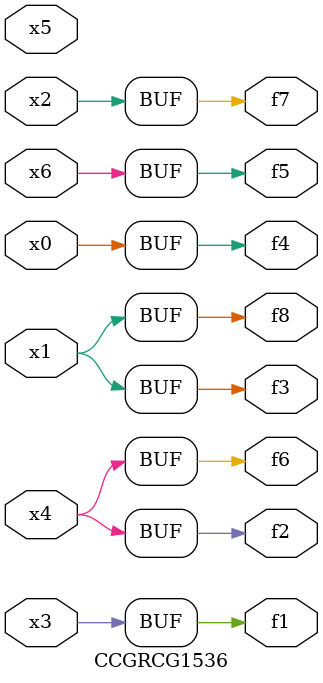
<source format=v>
module CCGRCG1536(
	input x0, x1, x2, x3, x4, x5, x6,
	output f1, f2, f3, f4, f5, f6, f7, f8
);
	assign f1 = x3;
	assign f2 = x4;
	assign f3 = x1;
	assign f4 = x0;
	assign f5 = x6;
	assign f6 = x4;
	assign f7 = x2;
	assign f8 = x1;
endmodule

</source>
